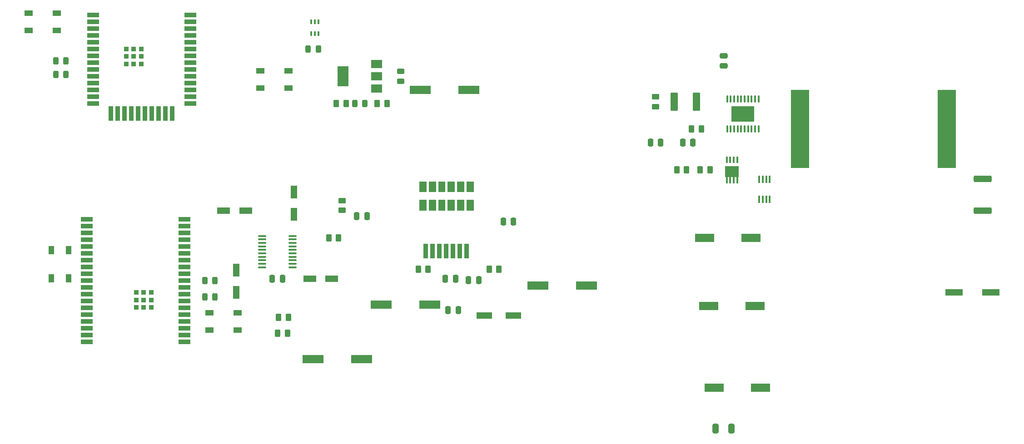
<source format=gbr>
%TF.GenerationSoftware,KiCad,Pcbnew,7.0.10*%
%TF.CreationDate,2024-03-06T13:01:35-05:00*%
%TF.ProjectId,PCB_Main_Final,5043425f-4d61-4696-9e5f-46696e616c2e,rev?*%
%TF.SameCoordinates,Original*%
%TF.FileFunction,Paste,Top*%
%TF.FilePolarity,Positive*%
%FSLAX46Y46*%
G04 Gerber Fmt 4.6, Leading zero omitted, Abs format (unit mm)*
G04 Created by KiCad (PCBNEW 7.0.10) date 2024-03-06 13:01:35*
%MOMM*%
%LPD*%
G01*
G04 APERTURE LIST*
G04 Aperture macros list*
%AMRoundRect*
0 Rectangle with rounded corners*
0 $1 Rounding radius*
0 $2 $3 $4 $5 $6 $7 $8 $9 X,Y pos of 4 corners*
0 Add a 4 corners polygon primitive as box body*
4,1,4,$2,$3,$4,$5,$6,$7,$8,$9,$2,$3,0*
0 Add four circle primitives for the rounded corners*
1,1,$1+$1,$2,$3*
1,1,$1+$1,$4,$5*
1,1,$1+$1,$6,$7*
1,1,$1+$1,$8,$9*
0 Add four rect primitives between the rounded corners*
20,1,$1+$1,$2,$3,$4,$5,0*
20,1,$1+$1,$4,$5,$6,$7,0*
20,1,$1+$1,$6,$7,$8,$9,0*
20,1,$1+$1,$8,$9,$2,$3,0*%
G04 Aperture macros list end*
%ADD10C,0.010000*%
%ADD11RoundRect,0.100000X0.637500X0.100000X-0.637500X0.100000X-0.637500X-0.100000X0.637500X-0.100000X0*%
%ADD12R,3.352800X14.554200*%
%ADD13RoundRect,0.250000X-0.325000X-0.650000X0.325000X-0.650000X0.325000X0.650000X-0.325000X0.650000X0*%
%ADD14RoundRect,0.250000X0.262500X0.450000X-0.262500X0.450000X-0.262500X-0.450000X0.262500X-0.450000X0*%
%ADD15RoundRect,0.243750X-0.243750X-0.456250X0.243750X-0.456250X0.243750X0.456250X-0.243750X0.456250X0*%
%ADD16RoundRect,0.250000X-0.250000X-0.475000X0.250000X-0.475000X0.250000X0.475000X-0.250000X0.475000X0*%
%ADD17RoundRect,0.250000X0.250000X0.475000X-0.250000X0.475000X-0.250000X-0.475000X0.250000X-0.475000X0*%
%ADD18R,2.413000X1.168400*%
%ADD19RoundRect,0.250000X1.425000X-0.362500X1.425000X0.362500X-1.425000X0.362500X-1.425000X-0.362500X0*%
%ADD20RoundRect,0.249999X-0.450001X-1.450001X0.450001X-1.450001X0.450001X1.450001X-0.450001X1.450001X0*%
%ADD21R,2.000000X1.500000*%
%ADD22R,2.000000X3.800000*%
%ADD23R,2.997200X1.193800*%
%ADD24R,3.911600X1.498600*%
%ADD25R,0.304800X1.294801*%
%ADD26R,2.500000X2.000000*%
%ADD27R,2.160000X0.900000*%
%ADD28R,0.900000X2.700000*%
%ADD29R,0.900000X0.900000*%
%ADD30RoundRect,0.250000X0.450000X-0.262500X0.450000X0.262500X-0.450000X0.262500X-0.450000X-0.262500X0*%
%ADD31R,1.549400X0.990600*%
%ADD32RoundRect,0.243750X0.243750X0.456250X-0.243750X0.456250X-0.243750X-0.456250X0.243750X-0.456250X0*%
%ADD33RoundRect,0.243750X0.456250X-0.243750X0.456250X0.243750X-0.456250X0.243750X-0.456250X-0.243750X0*%
%ADD34O,0.349999X1.400000*%
%ADD35R,4.199999X2.999999*%
%ADD36R,1.168400X2.413000*%
%ADD37RoundRect,0.250000X-0.262500X-0.450000X0.262500X-0.450000X0.262500X0.450000X-0.262500X0.450000X0*%
%ADD38RoundRect,0.250000X0.475000X-0.250000X0.475000X0.250000X-0.475000X0.250000X-0.475000X-0.250000X0*%
%ADD39R,0.990600X1.549400*%
%ADD40R,0.439998X1.389999*%
%ADD41R,3.606800X1.498600*%
%ADD42R,0.355600X0.876300*%
%ADD43R,0.890000X2.790000*%
%ADD44R,3.302000X1.219200*%
G04 APERTURE END LIST*
%TO.C,U6*%
D10*
X122341000Y-82811000D02*
X121081000Y-82811000D01*
X121081000Y-80901000D01*
X122341000Y-80901000D01*
X122341000Y-82811000D01*
G36*
X122341000Y-82811000D02*
G01*
X121081000Y-82811000D01*
X121081000Y-80901000D01*
X122341000Y-80901000D01*
X122341000Y-82811000D01*
G37*
X122341000Y-86231000D02*
X121081000Y-86231000D01*
X121081000Y-84321000D01*
X122341000Y-84321000D01*
X122341000Y-86231000D01*
G36*
X122341000Y-86231000D02*
G01*
X121081000Y-86231000D01*
X121081000Y-84321000D01*
X122341000Y-84321000D01*
X122341000Y-86231000D01*
G37*
X124101000Y-82811000D02*
X122841000Y-82811000D01*
X122841000Y-80901000D01*
X124101000Y-80901000D01*
X124101000Y-82811000D01*
G36*
X124101000Y-82811000D02*
G01*
X122841000Y-82811000D01*
X122841000Y-80901000D01*
X124101000Y-80901000D01*
X124101000Y-82811000D01*
G37*
X124101000Y-86231000D02*
X122841000Y-86231000D01*
X122841000Y-84321000D01*
X124101000Y-84321000D01*
X124101000Y-86231000D01*
G36*
X124101000Y-86231000D02*
G01*
X122841000Y-86231000D01*
X122841000Y-84321000D01*
X124101000Y-84321000D01*
X124101000Y-86231000D01*
G37*
X125861000Y-82811000D02*
X124601000Y-82811000D01*
X124601000Y-80901000D01*
X125861000Y-80901000D01*
X125861000Y-82811000D01*
G36*
X125861000Y-82811000D02*
G01*
X124601000Y-82811000D01*
X124601000Y-80901000D01*
X125861000Y-80901000D01*
X125861000Y-82811000D01*
G37*
X125861000Y-86231000D02*
X124601000Y-86231000D01*
X124601000Y-84321000D01*
X125861000Y-84321000D01*
X125861000Y-86231000D01*
G36*
X125861000Y-86231000D02*
G01*
X124601000Y-86231000D01*
X124601000Y-84321000D01*
X125861000Y-84321000D01*
X125861000Y-86231000D01*
G37*
X127621000Y-82811000D02*
X126361000Y-82811000D01*
X126361000Y-80901000D01*
X127621000Y-80901000D01*
X127621000Y-82811000D01*
G36*
X127621000Y-82811000D02*
G01*
X126361000Y-82811000D01*
X126361000Y-80901000D01*
X127621000Y-80901000D01*
X127621000Y-82811000D01*
G37*
X127621000Y-86231000D02*
X126361000Y-86231000D01*
X126361000Y-84321000D01*
X127621000Y-84321000D01*
X127621000Y-86231000D01*
G36*
X127621000Y-86231000D02*
G01*
X126361000Y-86231000D01*
X126361000Y-84321000D01*
X127621000Y-84321000D01*
X127621000Y-86231000D01*
G37*
X129381000Y-82811000D02*
X128121000Y-82811000D01*
X128121000Y-80901000D01*
X129381000Y-80901000D01*
X129381000Y-82811000D01*
G36*
X129381000Y-82811000D02*
G01*
X128121000Y-82811000D01*
X128121000Y-80901000D01*
X129381000Y-80901000D01*
X129381000Y-82811000D01*
G37*
X129381000Y-86231000D02*
X128121000Y-86231000D01*
X128121000Y-84321000D01*
X129381000Y-84321000D01*
X129381000Y-86231000D01*
G36*
X129381000Y-86231000D02*
G01*
X128121000Y-86231000D01*
X128121000Y-84321000D01*
X129381000Y-84321000D01*
X129381000Y-86231000D01*
G37*
X131141000Y-82811000D02*
X129881000Y-82811000D01*
X129881000Y-80901000D01*
X131141000Y-80901000D01*
X131141000Y-82811000D01*
G36*
X131141000Y-82811000D02*
G01*
X129881000Y-82811000D01*
X129881000Y-80901000D01*
X131141000Y-80901000D01*
X131141000Y-82811000D01*
G37*
X131141000Y-86231000D02*
X129881000Y-86231000D01*
X129881000Y-84321000D01*
X131141000Y-84321000D01*
X131141000Y-86231000D01*
G36*
X131141000Y-86231000D02*
G01*
X129881000Y-86231000D01*
X129881000Y-84321000D01*
X131141000Y-84321000D01*
X131141000Y-86231000D01*
G37*
%TD*%
D11*
%TO.C,U9*%
X97482500Y-96905000D03*
X97482500Y-96255000D03*
X97482500Y-95605000D03*
X97482500Y-94955000D03*
X97482500Y-94305000D03*
X97482500Y-93655000D03*
X97482500Y-93005000D03*
X97482500Y-92355000D03*
X97482500Y-91705000D03*
X97482500Y-91055000D03*
X91757500Y-91055000D03*
X91757500Y-91705000D03*
X91757500Y-92355000D03*
X91757500Y-93005000D03*
X91757500Y-93655000D03*
X91757500Y-94305000D03*
X91757500Y-94955000D03*
X91757500Y-95605000D03*
X91757500Y-96255000D03*
X91757500Y-96905000D03*
%TD*%
D12*
%TO.C,L2*%
X219417900Y-71120000D03*
X192062100Y-71120000D03*
%TD*%
D13*
%TO.C,Coutx2*%
X176325000Y-127000000D03*
X179275000Y-127000000D03*
%TD*%
D14*
%TO.C,RsnR1*%
X135913500Y-97282000D03*
X134088500Y-97282000D03*
%TD*%
D15*
%TO.C,D10*%
X81112500Y-99365000D03*
X82987500Y-99365000D03*
%TD*%
D16*
%TO.C,CsnL1*%
X126431000Y-104902000D03*
X128331000Y-104902000D03*
%TD*%
D17*
%TO.C,CsnR2*%
X132141000Y-99314000D03*
X130241000Y-99314000D03*
%TD*%
D18*
%TO.C,C43*%
X100665200Y-99060000D03*
X104780000Y-99060000D03*
%TD*%
D19*
%TO.C,Rsense2*%
X226060000Y-86360000D03*
X226060000Y-80435000D03*
%TD*%
D14*
%TO.C,TH2*%
X107450000Y-66345000D03*
X105625000Y-66345000D03*
%TD*%
D20*
%TO.C,Ccomp3*%
X168620000Y-66040000D03*
X172720000Y-66040000D03*
%TD*%
D21*
%TO.C,U10*%
X113140000Y-63565000D03*
X113140000Y-61265000D03*
D22*
X106840000Y-61265000D03*
D21*
X113140000Y-58965000D03*
%TD*%
D23*
%TO.C,Cb3*%
X133184900Y-105918000D03*
X138595100Y-105918000D03*
%TD*%
D24*
%TO.C,C0L1*%
X110337600Y-114046000D03*
X101244400Y-114046000D03*
%TD*%
D25*
%TO.C,M4*%
X180337099Y-76847401D03*
X179687101Y-76847401D03*
X179037099Y-76847401D03*
X178387101Y-76847401D03*
X178387101Y-80640000D03*
X179037099Y-80640000D03*
X179687101Y-80640000D03*
X180337099Y-80640000D03*
D26*
X179362100Y-79071000D03*
%TD*%
D27*
%TO.C,U7*%
X60270000Y-49865000D03*
X60270000Y-51135000D03*
X60270000Y-52405000D03*
X60270000Y-53675000D03*
X60270000Y-54945000D03*
X60270000Y-56215000D03*
X60270000Y-57485000D03*
X60270000Y-58755000D03*
X60270000Y-60025000D03*
X60270000Y-61295000D03*
X60270000Y-62565000D03*
X60270000Y-63835000D03*
X60270000Y-65105000D03*
X60270000Y-66375000D03*
D28*
X63630000Y-68225000D03*
X64900000Y-68225000D03*
X66170000Y-68225000D03*
X67440000Y-68225000D03*
X68710000Y-68225000D03*
X69980000Y-68225000D03*
X71250000Y-68225000D03*
X72520000Y-68225000D03*
X73790000Y-68225000D03*
X75060000Y-68225000D03*
D27*
X78430000Y-66375000D03*
X78430000Y-65105000D03*
X78430000Y-63835000D03*
X78430000Y-62565000D03*
X78430000Y-61295000D03*
X78430000Y-60025000D03*
X78430000Y-58755000D03*
X78430000Y-57485000D03*
X78430000Y-56215000D03*
X78430000Y-54945000D03*
X78430000Y-53675000D03*
X78430000Y-52405000D03*
X78430000Y-51135000D03*
X78430000Y-49865000D03*
D29*
X66450000Y-56185000D03*
X66450000Y-56185000D03*
X66450000Y-57585000D03*
X66450000Y-58985000D03*
X66450000Y-58985000D03*
X67850000Y-56185000D03*
X67850000Y-57585000D03*
X67850000Y-58985000D03*
X67850000Y-58985000D03*
X69250000Y-56185000D03*
X69250000Y-57585000D03*
X69250000Y-58985000D03*
%TD*%
D30*
%TO.C,R26*%
X106680000Y-86285000D03*
X106680000Y-84460000D03*
%TD*%
D31*
%TO.C,SW8*%
X87215001Y-108584999D03*
X81964999Y-108584999D03*
X87215001Y-105385001D03*
X81964999Y-105385001D03*
%TD*%
D18*
%TO.C,C36*%
X88734900Y-86360000D03*
X84620100Y-86360000D03*
%TD*%
D32*
%TO.C,D13*%
X110927500Y-66345000D03*
X109052500Y-66345000D03*
%TD*%
D33*
%TO.C,D12*%
X117610000Y-62202500D03*
X117610000Y-60327500D03*
%TD*%
D15*
%TO.C,D11*%
X81112500Y-102405000D03*
X82987500Y-102405000D03*
%TD*%
D16*
%TO.C,CiL1*%
X109413000Y-87376000D03*
X111313000Y-87376000D03*
%TD*%
D34*
%TO.C,U11*%
X184304998Y-65520002D03*
X183654997Y-65520002D03*
X183004999Y-65520002D03*
X182354997Y-65520002D03*
X181704999Y-65520002D03*
X181054997Y-65520002D03*
X180404999Y-65520002D03*
X179754997Y-65520002D03*
X179104999Y-65520002D03*
X178454998Y-65520002D03*
X178454998Y-71120000D03*
X179104999Y-71120000D03*
X179754997Y-71120000D03*
X180404999Y-71120000D03*
X181054997Y-71120000D03*
X181704999Y-71120000D03*
X182354997Y-71120000D03*
X183004999Y-71120000D03*
X183654997Y-71120000D03*
X184304998Y-71120000D03*
D35*
X181379998Y-68320001D03*
%TD*%
D17*
%TO.C,C39*%
X95570000Y-99060000D03*
X93670000Y-99060000D03*
%TD*%
D36*
%TO.C,C35*%
X87000000Y-97485200D03*
X87000000Y-101600000D03*
%TD*%
D37*
%TO.C,R28*%
X113245000Y-66345000D03*
X115070000Y-66345000D03*
%TD*%
D16*
%TO.C,Ccomp4*%
X164150000Y-73660000D03*
X166050000Y-73660000D03*
%TD*%
D15*
%TO.C,D8*%
X53315000Y-60960000D03*
X55190000Y-60960000D03*
%TD*%
D17*
%TO.C,Cres2*%
X172080000Y-73660000D03*
X170180000Y-73660000D03*
%TD*%
D38*
%TO.C,Css2*%
X177800000Y-59370000D03*
X177800000Y-57470000D03*
%TD*%
D31*
%TO.C,WIO0*%
X91440000Y-60300002D03*
X96690002Y-60300002D03*
X91440000Y-63500000D03*
X96690002Y-63500000D03*
%TD*%
D15*
%TO.C,D14*%
X100374986Y-56185000D03*
X102249986Y-56185000D03*
%TD*%
D36*
%TO.C,C44*%
X97681050Y-87038450D03*
X97681050Y-82923650D03*
%TD*%
D39*
%TO.C,RIO0*%
X55709999Y-93726251D03*
X55709999Y-98976253D03*
X52510001Y-93726251D03*
X52510001Y-98976253D03*
%TD*%
D31*
%TO.C,W EN*%
X48260000Y-49505001D03*
X53510002Y-49505001D03*
X48260000Y-52704999D03*
X53510002Y-52704999D03*
%TD*%
D37*
%TO.C,R34*%
X94695000Y-109220000D03*
X96520000Y-109220000D03*
%TD*%
D24*
%TO.C,C3b1*%
X123037600Y-103886000D03*
X113944400Y-103886000D03*
%TD*%
D15*
%TO.C,D9*%
X53315000Y-58420000D03*
X55190000Y-58420000D03*
%TD*%
D37*
%TO.C,R33*%
X94845500Y-106270000D03*
X96670500Y-106270000D03*
%TD*%
D16*
%TO.C,CiR1*%
X136718000Y-88392000D03*
X138618000Y-88392000D03*
%TD*%
D27*
%TO.C,U8*%
X77300000Y-110795000D03*
X77300000Y-109525000D03*
X77300000Y-108255000D03*
X77300000Y-106985000D03*
X77300000Y-105715000D03*
X77300000Y-104445000D03*
X77300000Y-103175000D03*
X77300000Y-101905000D03*
X77300000Y-100635000D03*
X77300000Y-99365000D03*
X77300000Y-98095000D03*
X77300000Y-96825000D03*
X77300000Y-95555000D03*
X77300000Y-94285000D03*
X77300000Y-93015000D03*
X77300000Y-91745000D03*
X77300000Y-90475000D03*
X77300000Y-89205000D03*
X77300000Y-87935000D03*
X59140000Y-87935000D03*
X59140000Y-89205000D03*
X59140000Y-90475000D03*
X59140000Y-91745000D03*
X59140000Y-93015000D03*
X59140000Y-94285000D03*
X59140000Y-95555000D03*
X59140000Y-96825000D03*
X59140000Y-98095000D03*
X59140000Y-99365000D03*
X59140000Y-100635000D03*
X59140000Y-101905000D03*
X59140000Y-103175000D03*
X59140000Y-104445000D03*
X59140000Y-105715000D03*
X59140000Y-106985000D03*
X59140000Y-108255000D03*
X59140000Y-109525000D03*
X59140000Y-110795000D03*
D29*
X71125000Y-104400000D03*
X71120000Y-103000000D03*
X71120000Y-101600000D03*
X69720000Y-104400000D03*
X69720000Y-103000000D03*
X69720000Y-101600000D03*
X68320000Y-104400000D03*
X68320000Y-103000000D03*
X68320000Y-101600000D03*
%TD*%
D24*
%TO.C,C0R1*%
X143154400Y-100330000D03*
X152247600Y-100330000D03*
%TD*%
D40*
%TO.C,M3*%
X184442097Y-84226999D03*
X185092098Y-84226999D03*
X185742097Y-84226999D03*
X186392098Y-84226999D03*
X186392098Y-80536999D03*
X185742100Y-80536999D03*
X185092098Y-80536999D03*
X184442100Y-80536999D03*
%TD*%
D41*
%TO.C,Cout6*%
X175044100Y-104140000D03*
X183654700Y-104140000D03*
%TD*%
%TO.C,Cout5*%
X176034700Y-119380000D03*
X184645300Y-119380000D03*
%TD*%
D42*
%TO.C,Q2*%
X100950014Y-53327500D03*
X101600000Y-53327500D03*
X102249986Y-53327500D03*
X102249986Y-51105000D03*
X101600000Y-51105000D03*
X100950014Y-51105000D03*
%TD*%
D43*
%TO.C,U6*%
X122301000Y-93916000D03*
X123571000Y-93916000D03*
X124841000Y-93916000D03*
X126111000Y-93916000D03*
X127381000Y-93916000D03*
X128651000Y-93916000D03*
X129921000Y-93916000D03*
%TD*%
D37*
%TO.C,RsnL1*%
X120880500Y-97282000D03*
X122705500Y-97282000D03*
%TD*%
D16*
%TO.C,Csc1*%
X125923000Y-99060000D03*
X127823000Y-99060000D03*
%TD*%
D24*
%TO.C,C47*%
X121216800Y-63805000D03*
X130310000Y-63805000D03*
%TD*%
D44*
%TO.C,Cin2*%
X227622100Y-101600000D03*
X220713300Y-101600000D03*
%TD*%
D14*
%TO.C,Rslope2*%
X173632500Y-71120000D03*
X171807500Y-71120000D03*
%TD*%
D30*
%TO.C,Rcomp2*%
X165100000Y-66952500D03*
X165100000Y-65127500D03*
%TD*%
D37*
%TO.C,R25*%
X104215000Y-91440000D03*
X106040000Y-91440000D03*
%TD*%
D41*
%TO.C,Cout4*%
X174269400Y-91440000D03*
X182880000Y-91440000D03*
%TD*%
D14*
%TO.C,Rfbb2*%
X170895000Y-78740000D03*
X169070000Y-78740000D03*
%TD*%
%TO.C,Rfbt2*%
X175260000Y-78740000D03*
X173435000Y-78740000D03*
%TD*%
M02*

</source>
